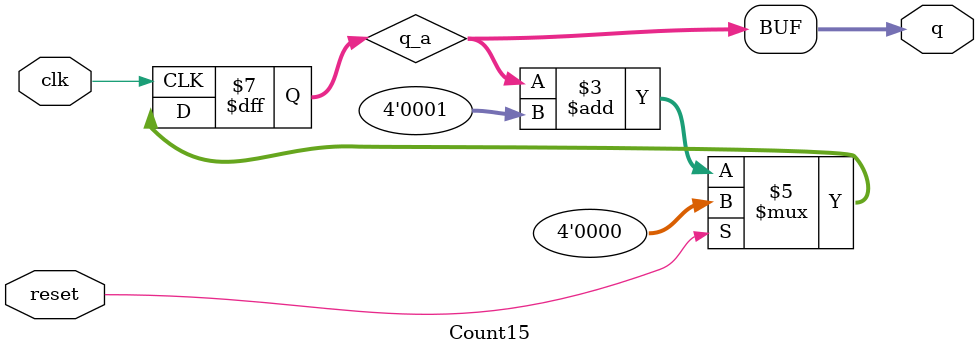
<source format=v>
module Count15 (
    input        clk  ,
    input        reset, // Synchronous active-high reset
    output [3:0] q
);
    reg [3:0] q_a;
    always @(posedge clk ) begin
        if(reset == 1'b1)
            q_a <= 4'h0;
        else
            q_a <= q_a + 4'h1;
    end
    assign q = q_a;
endmodule

</source>
